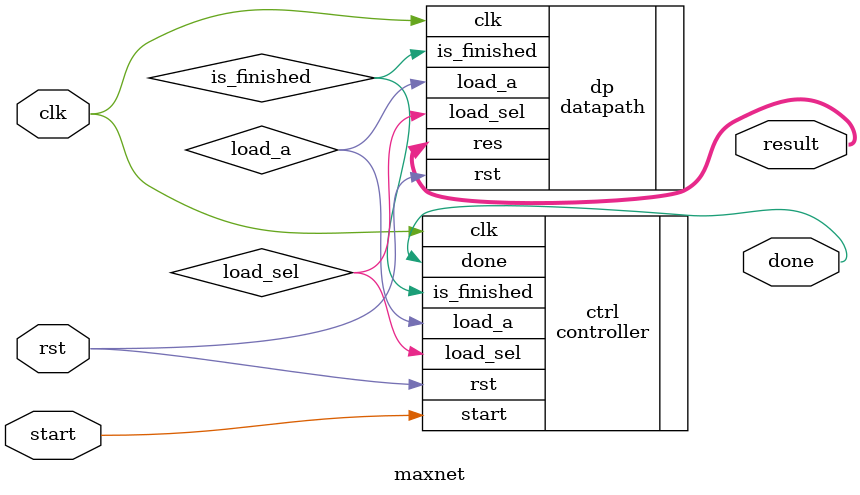
<source format=v>
`timescale 1ps/1ps

module maxnet(clk, start, rst, done, result);
    input clk, rst, start;
    output done;
    output [31:0] result;
    
    wire load_a, load_sel, is_finished;
    controller ctrl(.start(start), .rst(rst), .clk(clk), .is_finished(is_finished), .load_a(load_a), .load_sel(load_sel), .done(done));
    datapath dp(.clk(clk), .rst(rst), .load_a(load_a), .load_sel(load_sel), .is_finished(is_finished), .res(result));

endmodule
</source>
